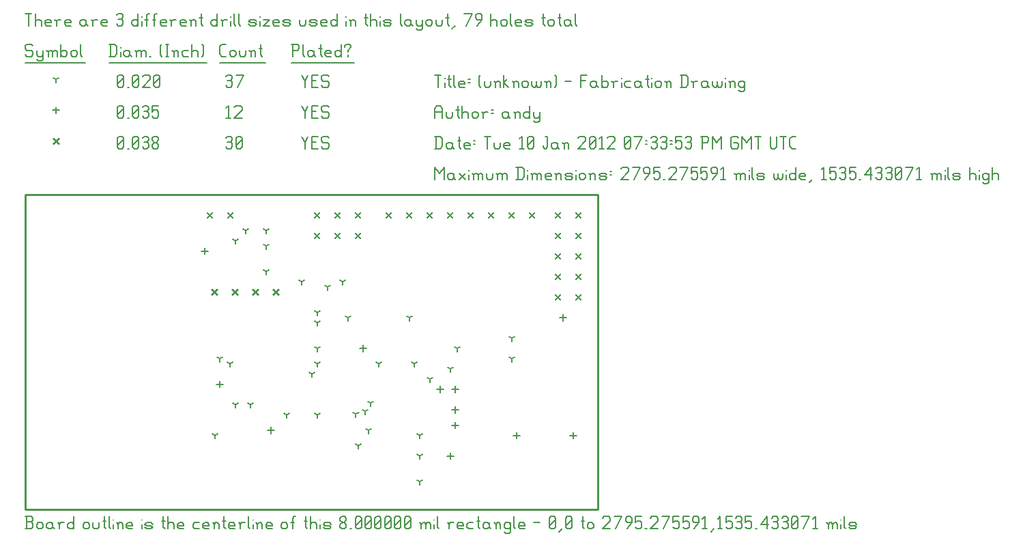
<source format=gbr>
G04 start of page 17 for group -3984 idx -3984 *
G04 Title: (unknown), fab *
G04 Creator: pcb 20110918 *
G04 CreationDate: Tue 10 Jan 2012 07:33:53 PM GMT UTC *
G04 For: andy *
G04 Format: Gerber/RS-274X *
G04 PCB-Dimensions: 279528 153543 *
G04 PCB-Coordinate-Origin: lower left *
%MOIN*%
%FSLAX25Y25*%
%LNFAB*%
%ADD111C,0.0100*%
%ADD110C,0.0075*%
%ADD109C,0.0060*%
%ADD108C,0.0001*%
G54D108*G36*
X88800Y145309D02*X91766Y142343D01*
X91200Y141778D01*
X88234Y144743D01*
X88800Y145309D01*
G37*
G36*
X88234Y142343D02*X91200Y145309D01*
X91766Y144743D01*
X88800Y141778D01*
X88234Y142343D01*
G37*
G36*
X98800Y145309D02*X101766Y142343D01*
X101200Y141778D01*
X98234Y144743D01*
X98800Y145309D01*
G37*
G36*
X98234Y142343D02*X101200Y145309D01*
X101766Y144743D01*
X98800Y141778D01*
X98234Y142343D01*
G37*
G36*
X258800Y145309D02*X261766Y142343D01*
X261200Y141778D01*
X258234Y144743D01*
X258800Y145309D01*
G37*
G36*
X258234Y142343D02*X261200Y145309D01*
X261766Y144743D01*
X258800Y141778D01*
X258234Y142343D01*
G37*
G36*
X268800Y145309D02*X271766Y142343D01*
X271200Y141778D01*
X268234Y144743D01*
X268800Y145309D01*
G37*
G36*
X268234Y142343D02*X271200Y145309D01*
X271766Y144743D01*
X268800Y141778D01*
X268234Y142343D01*
G37*
G36*
X258800Y135309D02*X261766Y132343D01*
X261200Y131778D01*
X258234Y134743D01*
X258800Y135309D01*
G37*
G36*
X258234Y132343D02*X261200Y135309D01*
X261766Y134743D01*
X258800Y131778D01*
X258234Y132343D01*
G37*
G36*
X268800Y135309D02*X271766Y132343D01*
X271200Y131778D01*
X268234Y134743D01*
X268800Y135309D01*
G37*
G36*
X268234Y132343D02*X271200Y135309D01*
X271766Y134743D01*
X268800Y131778D01*
X268234Y132343D01*
G37*
G36*
X258800Y125309D02*X261766Y122343D01*
X261200Y121778D01*
X258234Y124743D01*
X258800Y125309D01*
G37*
G36*
X258234Y122343D02*X261200Y125309D01*
X261766Y124743D01*
X258800Y121778D01*
X258234Y122343D01*
G37*
G36*
X268800Y125309D02*X271766Y122343D01*
X271200Y121778D01*
X268234Y124743D01*
X268800Y125309D01*
G37*
G36*
X268234Y122343D02*X271200Y125309D01*
X271766Y124743D01*
X268800Y121778D01*
X268234Y122343D01*
G37*
G36*
X258800Y115309D02*X261766Y112343D01*
X261200Y111778D01*
X258234Y114743D01*
X258800Y115309D01*
G37*
G36*
X258234Y112343D02*X261200Y115309D01*
X261766Y114743D01*
X258800Y111778D01*
X258234Y112343D01*
G37*
G36*
X268800Y115309D02*X271766Y112343D01*
X271200Y111778D01*
X268234Y114743D01*
X268800Y115309D01*
G37*
G36*
X268234Y112343D02*X271200Y115309D01*
X271766Y114743D01*
X268800Y111778D01*
X268234Y112343D01*
G37*
G36*
X258800Y105309D02*X261766Y102343D01*
X261200Y101778D01*
X258234Y104743D01*
X258800Y105309D01*
G37*
G36*
X258234Y102343D02*X261200Y105309D01*
X261766Y104743D01*
X258800Y101778D01*
X258234Y102343D01*
G37*
G36*
X268800Y105309D02*X271766Y102343D01*
X271200Y101778D01*
X268234Y104743D01*
X268800Y105309D01*
G37*
G36*
X268234Y102343D02*X271200Y105309D01*
X271766Y104743D01*
X268800Y101778D01*
X268234Y102343D01*
G37*
G36*
X141300Y135309D02*X144266Y132343D01*
X143700Y131778D01*
X140734Y134743D01*
X141300Y135309D01*
G37*
G36*
X140734Y132343D02*X143700Y135309D01*
X144266Y134743D01*
X141300Y131778D01*
X140734Y132343D01*
G37*
G36*
X141300Y145309D02*X144266Y142343D01*
X143700Y141778D01*
X140734Y144743D01*
X141300Y145309D01*
G37*
G36*
X140734Y142343D02*X143700Y145309D01*
X144266Y144743D01*
X141300Y141778D01*
X140734Y142343D01*
G37*
G36*
X151300Y135309D02*X154266Y132343D01*
X153700Y131778D01*
X150734Y134743D01*
X151300Y135309D01*
G37*
G36*
X150734Y132343D02*X153700Y135309D01*
X154266Y134743D01*
X151300Y131778D01*
X150734Y132343D01*
G37*
G36*
X151300Y145309D02*X154266Y142343D01*
X153700Y141778D01*
X150734Y144743D01*
X151300Y145309D01*
G37*
G36*
X150734Y142343D02*X153700Y145309D01*
X154266Y144743D01*
X151300Y141778D01*
X150734Y142343D01*
G37*
G36*
X161300Y135309D02*X164266Y132343D01*
X163700Y131778D01*
X160734Y134743D01*
X161300Y135309D01*
G37*
G36*
X160734Y132343D02*X163700Y135309D01*
X164266Y134743D01*
X161300Y131778D01*
X160734Y132343D01*
G37*
G36*
X161300Y145309D02*X164266Y142343D01*
X163700Y141778D01*
X160734Y144743D01*
X161300Y145309D01*
G37*
G36*
X160734Y142343D02*X163700Y145309D01*
X164266Y144743D01*
X161300Y141778D01*
X160734Y142343D01*
G37*
G36*
X176300Y145309D02*X179266Y142343D01*
X178700Y141778D01*
X175734Y144743D01*
X176300Y145309D01*
G37*
G36*
X175734Y142343D02*X178700Y145309D01*
X179266Y144743D01*
X176300Y141778D01*
X175734Y142343D01*
G37*
G36*
X186300Y145309D02*X189266Y142343D01*
X188700Y141778D01*
X185734Y144743D01*
X186300Y145309D01*
G37*
G36*
X185734Y142343D02*X188700Y145309D01*
X189266Y144743D01*
X186300Y141778D01*
X185734Y142343D01*
G37*
G36*
X196300Y145309D02*X199266Y142343D01*
X198700Y141778D01*
X195734Y144743D01*
X196300Y145309D01*
G37*
G36*
X195734Y142343D02*X198700Y145309D01*
X199266Y144743D01*
X196300Y141778D01*
X195734Y142343D01*
G37*
G36*
X206300Y145309D02*X209266Y142343D01*
X208700Y141778D01*
X205734Y144743D01*
X206300Y145309D01*
G37*
G36*
X205734Y142343D02*X208700Y145309D01*
X209266Y144743D01*
X206300Y141778D01*
X205734Y142343D01*
G37*
G36*
X216300Y145309D02*X219266Y142343D01*
X218700Y141778D01*
X215734Y144743D01*
X216300Y145309D01*
G37*
G36*
X215734Y142343D02*X218700Y145309D01*
X219266Y144743D01*
X216300Y141778D01*
X215734Y142343D01*
G37*
G36*
X226300Y145309D02*X229266Y142343D01*
X228700Y141778D01*
X225734Y144743D01*
X226300Y145309D01*
G37*
G36*
X225734Y142343D02*X228700Y145309D01*
X229266Y144743D01*
X226300Y141778D01*
X225734Y142343D01*
G37*
G36*
X236300Y145309D02*X239266Y142343D01*
X238700Y141778D01*
X235734Y144743D01*
X236300Y145309D01*
G37*
G36*
X235734Y142343D02*X238700Y145309D01*
X239266Y144743D01*
X236300Y141778D01*
X235734Y142343D01*
G37*
G36*
X246300Y145309D02*X249266Y142343D01*
X248700Y141778D01*
X245734Y144743D01*
X246300Y145309D01*
G37*
G36*
X245734Y142343D02*X248700Y145309D01*
X249266Y144743D01*
X246300Y141778D01*
X245734Y142343D01*
G37*
G36*
X91300Y107809D02*X94266Y104843D01*
X93700Y104278D01*
X90734Y107243D01*
X91300Y107809D01*
G37*
G36*
X90734Y104843D02*X93700Y107809D01*
X94266Y107243D01*
X91300Y104278D01*
X90734Y104843D01*
G37*
G36*
X101300Y107809D02*X104266Y104843D01*
X103700Y104278D01*
X100734Y107243D01*
X101300Y107809D01*
G37*
G36*
X100734Y104843D02*X103700Y107809D01*
X104266Y107243D01*
X101300Y104278D01*
X100734Y104843D01*
G37*
G36*
X111300Y107809D02*X114266Y104843D01*
X113700Y104278D01*
X110734Y107243D01*
X111300Y107809D01*
G37*
G36*
X110734Y104843D02*X113700Y107809D01*
X114266Y107243D01*
X111300Y104278D01*
X110734Y104843D01*
G37*
G36*
X121300Y107809D02*X124266Y104843D01*
X123700Y104278D01*
X120734Y107243D01*
X121300Y107809D01*
G37*
G36*
X120734Y104843D02*X123700Y107809D01*
X124266Y107243D01*
X121300Y104278D01*
X120734Y104843D01*
G37*
G36*
X13800Y181559D02*X16766Y178593D01*
X16200Y178028D01*
X13234Y180993D01*
X13800Y181559D01*
G37*
G36*
X13234Y178593D02*X16200Y181559D01*
X16766Y180993D01*
X13800Y178028D01*
X13234Y178593D01*
G37*
G54D109*X135000Y182043D02*X136500Y179043D01*
X138000Y182043D01*
X136500Y179043D02*Y176043D01*
X139800Y179343D02*X142050D01*
X139800Y176043D02*X142800D01*
X139800Y182043D02*Y176043D01*
Y182043D02*X142800D01*
X147600D02*X148350Y181293D01*
X145350Y182043D02*X147600D01*
X144600Y181293D02*X145350Y182043D01*
X144600Y181293D02*Y179793D01*
X145350Y179043D01*
X147600D01*
X148350Y178293D01*
Y176793D01*
X147600Y176043D02*X148350Y176793D01*
X145350Y176043D02*X147600D01*
X144600Y176793D02*X145350Y176043D01*
X98000Y181293D02*X98750Y182043D01*
X100250D01*
X101000Y181293D01*
X100250Y176043D02*X101000Y176793D01*
X98750Y176043D02*X100250D01*
X98000Y176793D02*X98750Y176043D01*
Y179343D02*X100250D01*
X101000Y181293D02*Y180093D01*
Y178593D02*Y176793D01*
Y178593D02*X100250Y179343D01*
X101000Y180093D02*X100250Y179343D01*
X102800Y176793D02*X103550Y176043D01*
X102800Y181293D02*Y176793D01*
Y181293D02*X103550Y182043D01*
X105050D01*
X105800Y181293D01*
Y176793D01*
X105050Y176043D02*X105800Y176793D01*
X103550Y176043D02*X105050D01*
X102800Y177543D02*X105800Y180543D01*
X45000Y176793D02*X45750Y176043D01*
X45000Y181293D02*Y176793D01*
Y181293D02*X45750Y182043D01*
X47250D01*
X48000Y181293D01*
Y176793D01*
X47250Y176043D02*X48000Y176793D01*
X45750Y176043D02*X47250D01*
X45000Y177543D02*X48000Y180543D01*
X49800Y176043D02*X50550D01*
X52350Y176793D02*X53100Y176043D01*
X52350Y181293D02*Y176793D01*
Y181293D02*X53100Y182043D01*
X54600D01*
X55350Y181293D01*
Y176793D01*
X54600Y176043D02*X55350Y176793D01*
X53100Y176043D02*X54600D01*
X52350Y177543D02*X55350Y180543D01*
X57150Y181293D02*X57900Y182043D01*
X59400D01*
X60150Y181293D01*
X59400Y176043D02*X60150Y176793D01*
X57900Y176043D02*X59400D01*
X57150Y176793D02*X57900Y176043D01*
Y179343D02*X59400D01*
X60150Y181293D02*Y180093D01*
Y178593D02*Y176793D01*
Y178593D02*X59400Y179343D01*
X60150Y180093D02*X59400Y179343D01*
X61950Y176793D02*X62700Y176043D01*
X61950Y177993D02*Y176793D01*
Y177993D02*X63000Y179043D01*
X63900D01*
X64950Y177993D01*
Y176793D01*
X64200Y176043D02*X64950Y176793D01*
X62700Y176043D02*X64200D01*
X61950Y180093D02*X63000Y179043D01*
X61950Y181293D02*Y180093D01*
Y181293D02*X62700Y182043D01*
X64200D01*
X64950Y181293D01*
Y180093D01*
X63900Y179043D02*X64950Y180093D01*
X262500Y95143D02*Y91943D01*
X260900Y93543D02*X264100D01*
X240000Y37643D02*Y34443D01*
X238400Y36043D02*X241600D01*
X87500Y127643D02*Y124443D01*
X85900Y126043D02*X89100D01*
X210000Y42643D02*Y39443D01*
X208400Y41043D02*X211600D01*
X210000Y60143D02*Y56943D01*
X208400Y58543D02*X211600D01*
X210000Y50143D02*Y46943D01*
X208400Y48543D02*X211600D01*
X120000Y40143D02*Y36943D01*
X118400Y38543D02*X121600D01*
X95000Y62643D02*Y59443D01*
X93400Y61043D02*X96600D01*
X207500Y27643D02*Y24443D01*
X205900Y26043D02*X209100D01*
X267500Y37643D02*Y34443D01*
X265900Y36043D02*X269100D01*
X202500Y60143D02*Y56943D01*
X200900Y58543D02*X204100D01*
X165000Y80143D02*Y76943D01*
X163400Y78543D02*X166600D01*
X15000Y196393D02*Y193193D01*
X13400Y194793D02*X16600D01*
X135000Y197043D02*X136500Y194043D01*
X138000Y197043D01*
X136500Y194043D02*Y191043D01*
X139800Y194343D02*X142050D01*
X139800Y191043D02*X142800D01*
X139800Y197043D02*Y191043D01*
Y197043D02*X142800D01*
X147600D02*X148350Y196293D01*
X145350Y197043D02*X147600D01*
X144600Y196293D02*X145350Y197043D01*
X144600Y196293D02*Y194793D01*
X145350Y194043D01*
X147600D01*
X148350Y193293D01*
Y191793D01*
X147600Y191043D02*X148350Y191793D01*
X145350Y191043D02*X147600D01*
X144600Y191793D02*X145350Y191043D01*
X98000Y195843D02*X99200Y197043D01*
Y191043D01*
X98000D02*X100250D01*
X102050Y196293D02*X102800Y197043D01*
X105050D01*
X105800Y196293D01*
Y194793D01*
X102050Y191043D02*X105800Y194793D01*
X102050Y191043D02*X105800D01*
X45000Y191793D02*X45750Y191043D01*
X45000Y196293D02*Y191793D01*
Y196293D02*X45750Y197043D01*
X47250D01*
X48000Y196293D01*
Y191793D01*
X47250Y191043D02*X48000Y191793D01*
X45750Y191043D02*X47250D01*
X45000Y192543D02*X48000Y195543D01*
X49800Y191043D02*X50550D01*
X52350Y191793D02*X53100Y191043D01*
X52350Y196293D02*Y191793D01*
Y196293D02*X53100Y197043D01*
X54600D01*
X55350Y196293D01*
Y191793D01*
X54600Y191043D02*X55350Y191793D01*
X53100Y191043D02*X54600D01*
X52350Y192543D02*X55350Y195543D01*
X57150Y196293D02*X57900Y197043D01*
X59400D01*
X60150Y196293D01*
X59400Y191043D02*X60150Y191793D01*
X57900Y191043D02*X59400D01*
X57150Y191793D02*X57900Y191043D01*
Y194343D02*X59400D01*
X60150Y196293D02*Y195093D01*
Y193593D02*Y191793D01*
Y193593D02*X59400Y194343D01*
X60150Y195093D02*X59400Y194343D01*
X61950Y197043D02*X64950D01*
X61950D02*Y194043D01*
X62700Y194793D01*
X64200D01*
X64950Y194043D01*
Y191793D01*
X64200Y191043D02*X64950Y191793D01*
X62700Y191043D02*X64200D01*
X61950Y191793D02*X62700Y191043D01*
X117500Y136043D02*Y134443D01*
Y136043D02*X118887Y136843D01*
X117500Y136043D02*X116113Y136843D01*
X117500Y128543D02*Y126943D01*
Y128543D02*X118887Y129343D01*
X117500Y128543D02*X116113Y129343D01*
X147500Y108543D02*Y106943D01*
Y108543D02*X148887Y109343D01*
X147500Y108543D02*X146113Y109343D01*
X142500Y96043D02*Y94443D01*
Y96043D02*X143887Y96843D01*
X142500Y96043D02*X141113Y96843D01*
X102500Y131043D02*Y129443D01*
Y131043D02*X103887Y131843D01*
X102500Y131043D02*X101113Y131843D01*
X107500Y136043D02*Y134443D01*
Y136043D02*X108887Y136843D01*
X107500Y136043D02*X106113Y136843D01*
X187500Y93543D02*Y91943D01*
Y93543D02*X188887Y94343D01*
X187500Y93543D02*X186113Y94343D01*
X167500Y38543D02*Y36943D01*
Y38543D02*X168887Y39343D01*
X167500Y38543D02*X166113Y39343D01*
X142500Y91043D02*Y89443D01*
Y91043D02*X143887Y91843D01*
X142500Y91043D02*X141113Y91843D01*
X110000Y51043D02*Y49443D01*
Y51043D02*X111387Y51843D01*
X110000Y51043D02*X108613Y51843D01*
X155000Y111043D02*Y109443D01*
Y111043D02*X156387Y111843D01*
X155000Y111043D02*X153613Y111843D01*
X190000Y71043D02*Y69443D01*
Y71043D02*X191387Y71843D01*
X190000Y71043D02*X188613Y71843D01*
X207500Y68543D02*Y66943D01*
Y68543D02*X208887Y69343D01*
X207500Y68543D02*X206113Y69343D01*
X197500Y63543D02*Y61943D01*
Y63543D02*X198887Y64343D01*
X197500Y63543D02*X196113Y64343D01*
X211000Y78543D02*Y76943D01*
Y78543D02*X212387Y79343D01*
X211000Y78543D02*X209613Y79343D01*
X237500Y73543D02*Y71943D01*
Y73543D02*X238887Y74343D01*
X237500Y73543D02*X236113Y74343D01*
X237500Y83543D02*Y81943D01*
Y83543D02*X238887Y84343D01*
X237500Y83543D02*X236113Y84343D01*
X95000Y73543D02*Y71943D01*
Y73543D02*X96387Y74343D01*
X95000Y73543D02*X93613Y74343D01*
X92500Y36043D02*Y34443D01*
Y36043D02*X93887Y36843D01*
X92500Y36043D02*X91113Y36843D01*
X102500Y51043D02*Y49443D01*
Y51043D02*X103887Y51843D01*
X102500Y51043D02*X101113Y51843D01*
X127500Y46043D02*Y44443D01*
Y46043D02*X128887Y46843D01*
X127500Y46043D02*X126113Y46843D01*
X100000Y71043D02*Y69443D01*
Y71043D02*X101387Y71843D01*
X100000Y71043D02*X98613Y71843D01*
X157500Y93543D02*Y91943D01*
Y93543D02*X158887Y94343D01*
X157500Y93543D02*X156113Y94343D01*
X172500Y71043D02*Y69443D01*
Y71043D02*X173887Y71843D01*
X172500Y71043D02*X171113Y71843D01*
X142500Y78543D02*Y76943D01*
Y78543D02*X143887Y79343D01*
X142500Y78543D02*X141113Y79343D01*
X162500Y31043D02*Y29443D01*
Y31043D02*X163887Y31843D01*
X162500Y31043D02*X161113Y31843D01*
X135000Y111043D02*Y109443D01*
Y111043D02*X136387Y111843D01*
X135000Y111043D02*X133613Y111843D01*
X117500Y116043D02*Y114443D01*
Y116043D02*X118887Y116843D01*
X117500Y116043D02*X116113Y116843D01*
X192500Y36043D02*Y34443D01*
Y36043D02*X193887Y36843D01*
X192500Y36043D02*X191113Y36843D01*
X140000Y66043D02*Y64443D01*
Y66043D02*X141387Y66843D01*
X140000Y66043D02*X138613Y66843D01*
X192500Y26043D02*Y24443D01*
Y26043D02*X193887Y26843D01*
X192500Y26043D02*X191113Y26843D01*
X192500Y13543D02*Y11943D01*
Y13543D02*X193887Y14343D01*
X192500Y13543D02*X191113Y14343D01*
X142500Y46043D02*Y44443D01*
Y46043D02*X143887Y46843D01*
X142500Y46043D02*X141113Y46843D01*
X142500Y71043D02*Y69443D01*
Y71043D02*X143887Y71843D01*
X142500Y71043D02*X141113Y71843D01*
X161400Y46543D02*Y44943D01*
Y46543D02*X162787Y47343D01*
X161400Y46543D02*X160013Y47343D01*
X166000Y47943D02*Y46343D01*
Y47943D02*X167387Y48743D01*
X166000Y47943D02*X164613Y48743D01*
X168500Y51843D02*Y50243D01*
Y51843D02*X169887Y52643D01*
X168500Y51843D02*X167113Y52643D01*
X15000Y209793D02*Y208193D01*
Y209793D02*X16387Y210593D01*
X15000Y209793D02*X13613Y210593D01*
X135000Y212043D02*X136500Y209043D01*
X138000Y212043D01*
X136500Y209043D02*Y206043D01*
X139800Y209343D02*X142050D01*
X139800Y206043D02*X142800D01*
X139800Y212043D02*Y206043D01*
Y212043D02*X142800D01*
X147600D02*X148350Y211293D01*
X145350Y212043D02*X147600D01*
X144600Y211293D02*X145350Y212043D01*
X144600Y211293D02*Y209793D01*
X145350Y209043D01*
X147600D01*
X148350Y208293D01*
Y206793D01*
X147600Y206043D02*X148350Y206793D01*
X145350Y206043D02*X147600D01*
X144600Y206793D02*X145350Y206043D01*
X98000Y211293D02*X98750Y212043D01*
X100250D01*
X101000Y211293D01*
X100250Y206043D02*X101000Y206793D01*
X98750Y206043D02*X100250D01*
X98000Y206793D02*X98750Y206043D01*
Y209343D02*X100250D01*
X101000Y211293D02*Y210093D01*
Y208593D02*Y206793D01*
Y208593D02*X100250Y209343D01*
X101000Y210093D02*X100250Y209343D01*
X103550Y206043D02*X106550Y212043D01*
X102800D02*X106550D01*
X45000Y206793D02*X45750Y206043D01*
X45000Y211293D02*Y206793D01*
Y211293D02*X45750Y212043D01*
X47250D01*
X48000Y211293D01*
Y206793D01*
X47250Y206043D02*X48000Y206793D01*
X45750Y206043D02*X47250D01*
X45000Y207543D02*X48000Y210543D01*
X49800Y206043D02*X50550D01*
X52350Y206793D02*X53100Y206043D01*
X52350Y211293D02*Y206793D01*
Y211293D02*X53100Y212043D01*
X54600D01*
X55350Y211293D01*
Y206793D01*
X54600Y206043D02*X55350Y206793D01*
X53100Y206043D02*X54600D01*
X52350Y207543D02*X55350Y210543D01*
X57150Y211293D02*X57900Y212043D01*
X60150D01*
X60900Y211293D01*
Y209793D01*
X57150Y206043D02*X60900Y209793D01*
X57150Y206043D02*X60900D01*
X62700Y206793D02*X63450Y206043D01*
X62700Y211293D02*Y206793D01*
Y211293D02*X63450Y212043D01*
X64950D01*
X65700Y211293D01*
Y206793D01*
X64950Y206043D02*X65700Y206793D01*
X63450Y206043D02*X64950D01*
X62700Y207543D02*X65700Y210543D01*
X3000Y227043D02*X3750Y226293D01*
X750Y227043D02*X3000D01*
X0Y226293D02*X750Y227043D01*
X0Y226293D02*Y224793D01*
X750Y224043D01*
X3000D01*
X3750Y223293D01*
Y221793D01*
X3000Y221043D02*X3750Y221793D01*
X750Y221043D02*X3000D01*
X0Y221793D02*X750Y221043D01*
X5550Y224043D02*Y221793D01*
X6300Y221043D01*
X8550Y224043D02*Y219543D01*
X7800Y218793D02*X8550Y219543D01*
X6300Y218793D02*X7800D01*
X5550Y219543D02*X6300Y218793D01*
Y221043D02*X7800D01*
X8550Y221793D01*
X11100Y223293D02*Y221043D01*
Y223293D02*X11850Y224043D01*
X12600D01*
X13350Y223293D01*
Y221043D01*
Y223293D02*X14100Y224043D01*
X14850D01*
X15600Y223293D01*
Y221043D01*
X10350Y224043D02*X11100Y223293D01*
X17400Y227043D02*Y221043D01*
Y221793D02*X18150Y221043D01*
X19650D01*
X20400Y221793D01*
Y223293D02*Y221793D01*
X19650Y224043D02*X20400Y223293D01*
X18150Y224043D02*X19650D01*
X17400Y223293D02*X18150Y224043D01*
X22200Y223293D02*Y221793D01*
Y223293D02*X22950Y224043D01*
X24450D01*
X25200Y223293D01*
Y221793D01*
X24450Y221043D02*X25200Y221793D01*
X22950Y221043D02*X24450D01*
X22200Y221793D02*X22950Y221043D01*
X27000Y227043D02*Y221793D01*
X27750Y221043D01*
X0Y217793D02*X29250D01*
X41750Y227043D02*Y221043D01*
X43700Y227043D02*X44750Y225993D01*
Y222093D01*
X43700Y221043D02*X44750Y222093D01*
X41000Y221043D02*X43700D01*
X41000Y227043D02*X43700D01*
G54D110*X46550Y225543D02*Y225393D01*
G54D109*Y223293D02*Y221043D01*
X50300Y224043D02*X51050Y223293D01*
X48800Y224043D02*X50300D01*
X48050Y223293D02*X48800Y224043D01*
X48050Y223293D02*Y221793D01*
X48800Y221043D01*
X51050Y224043D02*Y221793D01*
X51800Y221043D01*
X48800D02*X50300D01*
X51050Y221793D01*
X54350Y223293D02*Y221043D01*
Y223293D02*X55100Y224043D01*
X55850D01*
X56600Y223293D01*
Y221043D01*
Y223293D02*X57350Y224043D01*
X58100D01*
X58850Y223293D01*
Y221043D01*
X53600Y224043D02*X54350Y223293D01*
X60650Y221043D02*X61400D01*
X65900Y221793D02*X66650Y221043D01*
X65900Y226293D02*X66650Y227043D01*
X65900Y226293D02*Y221793D01*
X68450Y227043D02*X69950D01*
X69200D02*Y221043D01*
X68450D02*X69950D01*
X72500Y223293D02*Y221043D01*
Y223293D02*X73250Y224043D01*
X74000D01*
X74750Y223293D01*
Y221043D01*
X71750Y224043D02*X72500Y223293D01*
X77300Y224043D02*X79550D01*
X76550Y223293D02*X77300Y224043D01*
X76550Y223293D02*Y221793D01*
X77300Y221043D01*
X79550D01*
X81350Y227043D02*Y221043D01*
Y223293D02*X82100Y224043D01*
X83600D01*
X84350Y223293D01*
Y221043D01*
X86150Y227043D02*X86900Y226293D01*
Y221793D01*
X86150Y221043D02*X86900Y221793D01*
X41000Y217793D02*X88700D01*
X96050Y221043D02*X98000D01*
X95000Y222093D02*X96050Y221043D01*
X95000Y225993D02*Y222093D01*
Y225993D02*X96050Y227043D01*
X98000D01*
X99800Y223293D02*Y221793D01*
Y223293D02*X100550Y224043D01*
X102050D01*
X102800Y223293D01*
Y221793D01*
X102050Y221043D02*X102800Y221793D01*
X100550Y221043D02*X102050D01*
X99800Y221793D02*X100550Y221043D01*
X104600Y224043D02*Y221793D01*
X105350Y221043D01*
X106850D01*
X107600Y221793D01*
Y224043D02*Y221793D01*
X110150Y223293D02*Y221043D01*
Y223293D02*X110900Y224043D01*
X111650D01*
X112400Y223293D01*
Y221043D01*
X109400Y224043D02*X110150Y223293D01*
X114950Y227043D02*Y221793D01*
X115700Y221043D01*
X114200Y224793D02*X115700D01*
X95000Y217793D02*X117200D01*
X130750Y227043D02*Y221043D01*
X130000Y227043D02*X133000D01*
X133750Y226293D01*
Y224793D01*
X133000Y224043D02*X133750Y224793D01*
X130750Y224043D02*X133000D01*
X135550Y227043D02*Y221793D01*
X136300Y221043D01*
X140050Y224043D02*X140800Y223293D01*
X138550Y224043D02*X140050D01*
X137800Y223293D02*X138550Y224043D01*
X137800Y223293D02*Y221793D01*
X138550Y221043D01*
X140800Y224043D02*Y221793D01*
X141550Y221043D01*
X138550D02*X140050D01*
X140800Y221793D01*
X144100Y227043D02*Y221793D01*
X144850Y221043D01*
X143350Y224793D02*X144850D01*
X147100Y221043D02*X149350D01*
X146350Y221793D02*X147100Y221043D01*
X146350Y223293D02*Y221793D01*
Y223293D02*X147100Y224043D01*
X148600D01*
X149350Y223293D01*
X146350Y222543D02*X149350D01*
Y223293D02*Y222543D01*
X154150Y227043D02*Y221043D01*
X153400D02*X154150Y221793D01*
X151900Y221043D02*X153400D01*
X151150Y221793D02*X151900Y221043D01*
X151150Y223293D02*Y221793D01*
Y223293D02*X151900Y224043D01*
X153400D01*
X154150Y223293D01*
X157450Y224043D02*Y223293D01*
Y221793D02*Y221043D01*
X155950Y226293D02*Y225543D01*
Y226293D02*X156700Y227043D01*
X158200D01*
X158950Y226293D01*
Y225543D01*
X157450Y224043D02*X158950Y225543D01*
X130000Y217793D02*X160750D01*
X0Y242043D02*X3000D01*
X1500D02*Y236043D01*
X4800Y242043D02*Y236043D01*
Y238293D02*X5550Y239043D01*
X7050D01*
X7800Y238293D01*
Y236043D01*
X10350D02*X12600D01*
X9600Y236793D02*X10350Y236043D01*
X9600Y238293D02*Y236793D01*
Y238293D02*X10350Y239043D01*
X11850D01*
X12600Y238293D01*
X9600Y237543D02*X12600D01*
Y238293D02*Y237543D01*
X15150Y238293D02*Y236043D01*
Y238293D02*X15900Y239043D01*
X17400D01*
X14400D02*X15150Y238293D01*
X19950Y236043D02*X22200D01*
X19200Y236793D02*X19950Y236043D01*
X19200Y238293D02*Y236793D01*
Y238293D02*X19950Y239043D01*
X21450D01*
X22200Y238293D01*
X19200Y237543D02*X22200D01*
Y238293D02*Y237543D01*
X28950Y239043D02*X29700Y238293D01*
X27450Y239043D02*X28950D01*
X26700Y238293D02*X27450Y239043D01*
X26700Y238293D02*Y236793D01*
X27450Y236043D01*
X29700Y239043D02*Y236793D01*
X30450Y236043D01*
X27450D02*X28950D01*
X29700Y236793D01*
X33000Y238293D02*Y236043D01*
Y238293D02*X33750Y239043D01*
X35250D01*
X32250D02*X33000Y238293D01*
X37800Y236043D02*X40050D01*
X37050Y236793D02*X37800Y236043D01*
X37050Y238293D02*Y236793D01*
Y238293D02*X37800Y239043D01*
X39300D01*
X40050Y238293D01*
X37050Y237543D02*X40050D01*
Y238293D02*Y237543D01*
X44550Y241293D02*X45300Y242043D01*
X46800D01*
X47550Y241293D01*
X46800Y236043D02*X47550Y236793D01*
X45300Y236043D02*X46800D01*
X44550Y236793D02*X45300Y236043D01*
Y239343D02*X46800D01*
X47550Y241293D02*Y240093D01*
Y238593D02*Y236793D01*
Y238593D02*X46800Y239343D01*
X47550Y240093D02*X46800Y239343D01*
X55050Y242043D02*Y236043D01*
X54300D02*X55050Y236793D01*
X52800Y236043D02*X54300D01*
X52050Y236793D02*X52800Y236043D01*
X52050Y238293D02*Y236793D01*
Y238293D02*X52800Y239043D01*
X54300D01*
X55050Y238293D01*
G54D110*X56850Y240543D02*Y240393D01*
G54D109*Y238293D02*Y236043D01*
X59100Y241293D02*Y236043D01*
Y241293D02*X59850Y242043D01*
X60600D01*
X58350Y239043D02*X59850D01*
X62850Y241293D02*Y236043D01*
Y241293D02*X63600Y242043D01*
X64350D01*
X62100Y239043D02*X63600D01*
X66600Y236043D02*X68850D01*
X65850Y236793D02*X66600Y236043D01*
X65850Y238293D02*Y236793D01*
Y238293D02*X66600Y239043D01*
X68100D01*
X68850Y238293D01*
X65850Y237543D02*X68850D01*
Y238293D02*Y237543D01*
X71400Y238293D02*Y236043D01*
Y238293D02*X72150Y239043D01*
X73650D01*
X70650D02*X71400Y238293D01*
X76200Y236043D02*X78450D01*
X75450Y236793D02*X76200Y236043D01*
X75450Y238293D02*Y236793D01*
Y238293D02*X76200Y239043D01*
X77700D01*
X78450Y238293D01*
X75450Y237543D02*X78450D01*
Y238293D02*Y237543D01*
X81000Y238293D02*Y236043D01*
Y238293D02*X81750Y239043D01*
X82500D01*
X83250Y238293D01*
Y236043D01*
X80250Y239043D02*X81000Y238293D01*
X85800Y242043D02*Y236793D01*
X86550Y236043D01*
X85050Y239793D02*X86550D01*
X93750Y242043D02*Y236043D01*
X93000D02*X93750Y236793D01*
X91500Y236043D02*X93000D01*
X90750Y236793D02*X91500Y236043D01*
X90750Y238293D02*Y236793D01*
Y238293D02*X91500Y239043D01*
X93000D01*
X93750Y238293D01*
X96300D02*Y236043D01*
Y238293D02*X97050Y239043D01*
X98550D01*
X95550D02*X96300Y238293D01*
G54D110*X100350Y240543D02*Y240393D01*
G54D109*Y238293D02*Y236043D01*
X101850Y242043D02*Y236793D01*
X102600Y236043D01*
X104100Y242043D02*Y236793D01*
X104850Y236043D01*
X109800D02*X112050D01*
X112800Y236793D01*
X112050Y237543D02*X112800Y236793D01*
X109800Y237543D02*X112050D01*
X109050Y238293D02*X109800Y237543D01*
X109050Y238293D02*X109800Y239043D01*
X112050D01*
X112800Y238293D01*
X109050Y236793D02*X109800Y236043D01*
G54D110*X114600Y240543D02*Y240393D01*
G54D109*Y238293D02*Y236043D01*
X116100Y239043D02*X119100D01*
X116100Y236043D02*X119100Y239043D01*
X116100Y236043D02*X119100D01*
X121650D02*X123900D01*
X120900Y236793D02*X121650Y236043D01*
X120900Y238293D02*Y236793D01*
Y238293D02*X121650Y239043D01*
X123150D01*
X123900Y238293D01*
X120900Y237543D02*X123900D01*
Y238293D02*Y237543D01*
X126450Y236043D02*X128700D01*
X129450Y236793D01*
X128700Y237543D02*X129450Y236793D01*
X126450Y237543D02*X128700D01*
X125700Y238293D02*X126450Y237543D01*
X125700Y238293D02*X126450Y239043D01*
X128700D01*
X129450Y238293D01*
X125700Y236793D02*X126450Y236043D01*
X133950Y239043D02*Y236793D01*
X134700Y236043D01*
X136200D01*
X136950Y236793D01*
Y239043D02*Y236793D01*
X139500Y236043D02*X141750D01*
X142500Y236793D01*
X141750Y237543D02*X142500Y236793D01*
X139500Y237543D02*X141750D01*
X138750Y238293D02*X139500Y237543D01*
X138750Y238293D02*X139500Y239043D01*
X141750D01*
X142500Y238293D01*
X138750Y236793D02*X139500Y236043D01*
X145050D02*X147300D01*
X144300Y236793D02*X145050Y236043D01*
X144300Y238293D02*Y236793D01*
Y238293D02*X145050Y239043D01*
X146550D01*
X147300Y238293D01*
X144300Y237543D02*X147300D01*
Y238293D02*Y237543D01*
X152100Y242043D02*Y236043D01*
X151350D02*X152100Y236793D01*
X149850Y236043D02*X151350D01*
X149100Y236793D02*X149850Y236043D01*
X149100Y238293D02*Y236793D01*
Y238293D02*X149850Y239043D01*
X151350D01*
X152100Y238293D01*
G54D110*X156600Y240543D02*Y240393D01*
G54D109*Y238293D02*Y236043D01*
X158850Y238293D02*Y236043D01*
Y238293D02*X159600Y239043D01*
X160350D01*
X161100Y238293D01*
Y236043D01*
X158100Y239043D02*X158850Y238293D01*
X166350Y242043D02*Y236793D01*
X167100Y236043D01*
X165600Y239793D02*X167100D01*
X168600Y242043D02*Y236043D01*
Y238293D02*X169350Y239043D01*
X170850D01*
X171600Y238293D01*
Y236043D01*
G54D110*X173400Y240543D02*Y240393D01*
G54D109*Y238293D02*Y236043D01*
X175650D02*X177900D01*
X178650Y236793D01*
X177900Y237543D02*X178650Y236793D01*
X175650Y237543D02*X177900D01*
X174900Y238293D02*X175650Y237543D01*
X174900Y238293D02*X175650Y239043D01*
X177900D01*
X178650Y238293D01*
X174900Y236793D02*X175650Y236043D01*
X183150Y242043D02*Y236793D01*
X183900Y236043D01*
X187650Y239043D02*X188400Y238293D01*
X186150Y239043D02*X187650D01*
X185400Y238293D02*X186150Y239043D01*
X185400Y238293D02*Y236793D01*
X186150Y236043D01*
X188400Y239043D02*Y236793D01*
X189150Y236043D01*
X186150D02*X187650D01*
X188400Y236793D01*
X190950Y239043D02*Y236793D01*
X191700Y236043D01*
X193950Y239043D02*Y234543D01*
X193200Y233793D02*X193950Y234543D01*
X191700Y233793D02*X193200D01*
X190950Y234543D02*X191700Y233793D01*
Y236043D02*X193200D01*
X193950Y236793D01*
X195750Y238293D02*Y236793D01*
Y238293D02*X196500Y239043D01*
X198000D01*
X198750Y238293D01*
Y236793D01*
X198000Y236043D02*X198750Y236793D01*
X196500Y236043D02*X198000D01*
X195750Y236793D02*X196500Y236043D01*
X200550Y239043D02*Y236793D01*
X201300Y236043D01*
X202800D01*
X203550Y236793D01*
Y239043D02*Y236793D01*
X206100Y242043D02*Y236793D01*
X206850Y236043D01*
X205350Y239793D02*X206850D01*
X208350Y234543D02*X209850Y236043D01*
X215100D02*X218100Y242043D01*
X214350D02*X218100D01*
X220650Y236043D02*X222900Y239043D01*
Y241293D02*Y239043D01*
X222150Y242043D02*X222900Y241293D01*
X220650Y242043D02*X222150D01*
X219900Y241293D02*X220650Y242043D01*
X219900Y241293D02*Y239793D01*
X220650Y239043D01*
X222900D01*
X227400Y242043D02*Y236043D01*
Y238293D02*X228150Y239043D01*
X229650D01*
X230400Y238293D01*
Y236043D01*
X232200Y238293D02*Y236793D01*
Y238293D02*X232950Y239043D01*
X234450D01*
X235200Y238293D01*
Y236793D01*
X234450Y236043D02*X235200Y236793D01*
X232950Y236043D02*X234450D01*
X232200Y236793D02*X232950Y236043D01*
X237000Y242043D02*Y236793D01*
X237750Y236043D01*
X240000D02*X242250D01*
X239250Y236793D02*X240000Y236043D01*
X239250Y238293D02*Y236793D01*
Y238293D02*X240000Y239043D01*
X241500D01*
X242250Y238293D01*
X239250Y237543D02*X242250D01*
Y238293D02*Y237543D01*
X244800Y236043D02*X247050D01*
X247800Y236793D01*
X247050Y237543D02*X247800Y236793D01*
X244800Y237543D02*X247050D01*
X244050Y238293D02*X244800Y237543D01*
X244050Y238293D02*X244800Y239043D01*
X247050D01*
X247800Y238293D01*
X244050Y236793D02*X244800Y236043D01*
X253050Y242043D02*Y236793D01*
X253800Y236043D01*
X252300Y239793D02*X253800D01*
X255300Y238293D02*Y236793D01*
Y238293D02*X256050Y239043D01*
X257550D01*
X258300Y238293D01*
Y236793D01*
X257550Y236043D02*X258300Y236793D01*
X256050Y236043D02*X257550D01*
X255300Y236793D02*X256050Y236043D01*
X260850Y242043D02*Y236793D01*
X261600Y236043D01*
X260100Y239793D02*X261600D01*
X265350Y239043D02*X266100Y238293D01*
X263850Y239043D02*X265350D01*
X263100Y238293D02*X263850Y239043D01*
X263100Y238293D02*Y236793D01*
X263850Y236043D01*
X266100Y239043D02*Y236793D01*
X266850Y236043D01*
X263850D02*X265350D01*
X266100Y236793D01*
X268650Y242043D02*Y236793D01*
X269400Y236043D01*
G54D111*X0Y153543D02*X279528D01*
X0D02*Y0D01*
X279528Y153543D02*Y0D01*
X0D02*X279528D01*
G54D109*X200000Y167043D02*Y161043D01*
Y167043D02*X202250Y164043D01*
X204500Y167043D01*
Y161043D01*
X208550Y164043D02*X209300Y163293D01*
X207050Y164043D02*X208550D01*
X206300Y163293D02*X207050Y164043D01*
X206300Y163293D02*Y161793D01*
X207050Y161043D01*
X209300Y164043D02*Y161793D01*
X210050Y161043D01*
X207050D02*X208550D01*
X209300Y161793D01*
X211850Y164043D02*X214850Y161043D01*
X211850D02*X214850Y164043D01*
G54D110*X216650Y165543D02*Y165393D01*
G54D109*Y163293D02*Y161043D01*
X218900Y163293D02*Y161043D01*
Y163293D02*X219650Y164043D01*
X220400D01*
X221150Y163293D01*
Y161043D01*
Y163293D02*X221900Y164043D01*
X222650D01*
X223400Y163293D01*
Y161043D01*
X218150Y164043D02*X218900Y163293D01*
X225200Y164043D02*Y161793D01*
X225950Y161043D01*
X227450D01*
X228200Y161793D01*
Y164043D02*Y161793D01*
X230750Y163293D02*Y161043D01*
Y163293D02*X231500Y164043D01*
X232250D01*
X233000Y163293D01*
Y161043D01*
Y163293D02*X233750Y164043D01*
X234500D01*
X235250Y163293D01*
Y161043D01*
X230000Y164043D02*X230750Y163293D01*
X240500Y167043D02*Y161043D01*
X242450Y167043D02*X243500Y165993D01*
Y162093D01*
X242450Y161043D02*X243500Y162093D01*
X239750Y161043D02*X242450D01*
X239750Y167043D02*X242450D01*
G54D110*X245300Y165543D02*Y165393D01*
G54D109*Y163293D02*Y161043D01*
X247550Y163293D02*Y161043D01*
Y163293D02*X248300Y164043D01*
X249050D01*
X249800Y163293D01*
Y161043D01*
Y163293D02*X250550Y164043D01*
X251300D01*
X252050Y163293D01*
Y161043D01*
X246800Y164043D02*X247550Y163293D01*
X254600Y161043D02*X256850D01*
X253850Y161793D02*X254600Y161043D01*
X253850Y163293D02*Y161793D01*
Y163293D02*X254600Y164043D01*
X256100D01*
X256850Y163293D01*
X253850Y162543D02*X256850D01*
Y163293D02*Y162543D01*
X259400Y163293D02*Y161043D01*
Y163293D02*X260150Y164043D01*
X260900D01*
X261650Y163293D01*
Y161043D01*
X258650Y164043D02*X259400Y163293D01*
X264200Y161043D02*X266450D01*
X267200Y161793D01*
X266450Y162543D02*X267200Y161793D01*
X264200Y162543D02*X266450D01*
X263450Y163293D02*X264200Y162543D01*
X263450Y163293D02*X264200Y164043D01*
X266450D01*
X267200Y163293D01*
X263450Y161793D02*X264200Y161043D01*
G54D110*X269000Y165543D02*Y165393D01*
G54D109*Y163293D02*Y161043D01*
X270500Y163293D02*Y161793D01*
Y163293D02*X271250Y164043D01*
X272750D01*
X273500Y163293D01*
Y161793D01*
X272750Y161043D02*X273500Y161793D01*
X271250Y161043D02*X272750D01*
X270500Y161793D02*X271250Y161043D01*
X276050Y163293D02*Y161043D01*
Y163293D02*X276800Y164043D01*
X277550D01*
X278300Y163293D01*
Y161043D01*
X275300Y164043D02*X276050Y163293D01*
X280850Y161043D02*X283100D01*
X283850Y161793D01*
X283100Y162543D02*X283850Y161793D01*
X280850Y162543D02*X283100D01*
X280100Y163293D02*X280850Y162543D01*
X280100Y163293D02*X280850Y164043D01*
X283100D01*
X283850Y163293D01*
X280100Y161793D02*X280850Y161043D01*
X285650Y164793D02*X286400D01*
X285650Y163293D02*X286400D01*
X290900Y166293D02*X291650Y167043D01*
X293900D01*
X294650Y166293D01*
Y164793D01*
X290900Y161043D02*X294650Y164793D01*
X290900Y161043D02*X294650D01*
X297200D02*X300200Y167043D01*
X296450D02*X300200D01*
X302750Y161043D02*X305000Y164043D01*
Y166293D02*Y164043D01*
X304250Y167043D02*X305000Y166293D01*
X302750Y167043D02*X304250D01*
X302000Y166293D02*X302750Y167043D01*
X302000Y166293D02*Y164793D01*
X302750Y164043D01*
X305000D01*
X306800Y167043D02*X309800D01*
X306800D02*Y164043D01*
X307550Y164793D01*
X309050D01*
X309800Y164043D01*
Y161793D01*
X309050Y161043D02*X309800Y161793D01*
X307550Y161043D02*X309050D01*
X306800Y161793D02*X307550Y161043D01*
X311600D02*X312350D01*
X314150Y166293D02*X314900Y167043D01*
X317150D01*
X317900Y166293D01*
Y164793D01*
X314150Y161043D02*X317900Y164793D01*
X314150Y161043D02*X317900D01*
X320450D02*X323450Y167043D01*
X319700D02*X323450D01*
X325250D02*X328250D01*
X325250D02*Y164043D01*
X326000Y164793D01*
X327500D01*
X328250Y164043D01*
Y161793D01*
X327500Y161043D02*X328250Y161793D01*
X326000Y161043D02*X327500D01*
X325250Y161793D02*X326000Y161043D01*
X330050Y167043D02*X333050D01*
X330050D02*Y164043D01*
X330800Y164793D01*
X332300D01*
X333050Y164043D01*
Y161793D01*
X332300Y161043D02*X333050Y161793D01*
X330800Y161043D02*X332300D01*
X330050Y161793D02*X330800Y161043D01*
X335600D02*X337850Y164043D01*
Y166293D02*Y164043D01*
X337100Y167043D02*X337850Y166293D01*
X335600Y167043D02*X337100D01*
X334850Y166293D02*X335600Y167043D01*
X334850Y166293D02*Y164793D01*
X335600Y164043D01*
X337850D01*
X339650Y165843D02*X340850Y167043D01*
Y161043D01*
X339650D02*X341900D01*
X347150Y163293D02*Y161043D01*
Y163293D02*X347900Y164043D01*
X348650D01*
X349400Y163293D01*
Y161043D01*
Y163293D02*X350150Y164043D01*
X350900D01*
X351650Y163293D01*
Y161043D01*
X346400Y164043D02*X347150Y163293D01*
G54D110*X353450Y165543D02*Y165393D01*
G54D109*Y163293D02*Y161043D01*
X354950Y167043D02*Y161793D01*
X355700Y161043D01*
X357950D02*X360200D01*
X360950Y161793D01*
X360200Y162543D02*X360950Y161793D01*
X357950Y162543D02*X360200D01*
X357200Y163293D02*X357950Y162543D01*
X357200Y163293D02*X357950Y164043D01*
X360200D01*
X360950Y163293D01*
X357200Y161793D02*X357950Y161043D01*
X365450Y164043D02*Y161793D01*
X366200Y161043D01*
X366950D01*
X367700Y161793D01*
Y164043D02*Y161793D01*
X368450Y161043D01*
X369200D01*
X369950Y161793D01*
Y164043D02*Y161793D01*
G54D110*X371750Y165543D02*Y165393D01*
G54D109*Y163293D02*Y161043D01*
X376250Y167043D02*Y161043D01*
X375500D02*X376250Y161793D01*
X374000Y161043D02*X375500D01*
X373250Y161793D02*X374000Y161043D01*
X373250Y163293D02*Y161793D01*
Y163293D02*X374000Y164043D01*
X375500D01*
X376250Y163293D01*
X378800Y161043D02*X381050D01*
X378050Y161793D02*X378800Y161043D01*
X378050Y163293D02*Y161793D01*
Y163293D02*X378800Y164043D01*
X380300D01*
X381050Y163293D01*
X378050Y162543D02*X381050D01*
Y163293D02*Y162543D01*
X382850Y159543D02*X384350Y161043D01*
X388850Y165843D02*X390050Y167043D01*
Y161043D01*
X388850D02*X391100D01*
X392900Y167043D02*X395900D01*
X392900D02*Y164043D01*
X393650Y164793D01*
X395150D01*
X395900Y164043D01*
Y161793D01*
X395150Y161043D02*X395900Y161793D01*
X393650Y161043D02*X395150D01*
X392900Y161793D02*X393650Y161043D01*
X397700Y166293D02*X398450Y167043D01*
X399950D01*
X400700Y166293D01*
X399950Y161043D02*X400700Y161793D01*
X398450Y161043D02*X399950D01*
X397700Y161793D02*X398450Y161043D01*
Y164343D02*X399950D01*
X400700Y166293D02*Y165093D01*
Y163593D02*Y161793D01*
Y163593D02*X399950Y164343D01*
X400700Y165093D02*X399950Y164343D01*
X402500Y167043D02*X405500D01*
X402500D02*Y164043D01*
X403250Y164793D01*
X404750D01*
X405500Y164043D01*
Y161793D01*
X404750Y161043D02*X405500Y161793D01*
X403250Y161043D02*X404750D01*
X402500Y161793D02*X403250Y161043D01*
X407300D02*X408050D01*
X409850Y163293D02*X412850Y167043D01*
X409850Y163293D02*X413600D01*
X412850Y167043D02*Y161043D01*
X415400Y166293D02*X416150Y167043D01*
X417650D01*
X418400Y166293D01*
X417650Y161043D02*X418400Y161793D01*
X416150Y161043D02*X417650D01*
X415400Y161793D02*X416150Y161043D01*
Y164343D02*X417650D01*
X418400Y166293D02*Y165093D01*
Y163593D02*Y161793D01*
Y163593D02*X417650Y164343D01*
X418400Y165093D02*X417650Y164343D01*
X420200Y166293D02*X420950Y167043D01*
X422450D01*
X423200Y166293D01*
X422450Y161043D02*X423200Y161793D01*
X420950Y161043D02*X422450D01*
X420200Y161793D02*X420950Y161043D01*
Y164343D02*X422450D01*
X423200Y166293D02*Y165093D01*
Y163593D02*Y161793D01*
Y163593D02*X422450Y164343D01*
X423200Y165093D02*X422450Y164343D01*
X425000Y161793D02*X425750Y161043D01*
X425000Y166293D02*Y161793D01*
Y166293D02*X425750Y167043D01*
X427250D01*
X428000Y166293D01*
Y161793D01*
X427250Y161043D02*X428000Y161793D01*
X425750Y161043D02*X427250D01*
X425000Y162543D02*X428000Y165543D01*
X430550Y161043D02*X433550Y167043D01*
X429800D02*X433550D01*
X435350Y165843D02*X436550Y167043D01*
Y161043D01*
X435350D02*X437600D01*
X442850Y163293D02*Y161043D01*
Y163293D02*X443600Y164043D01*
X444350D01*
X445100Y163293D01*
Y161043D01*
Y163293D02*X445850Y164043D01*
X446600D01*
X447350Y163293D01*
Y161043D01*
X442100Y164043D02*X442850Y163293D01*
G54D110*X449150Y165543D02*Y165393D01*
G54D109*Y163293D02*Y161043D01*
X450650Y167043D02*Y161793D01*
X451400Y161043D01*
X453650D02*X455900D01*
X456650Y161793D01*
X455900Y162543D02*X456650Y161793D01*
X453650Y162543D02*X455900D01*
X452900Y163293D02*X453650Y162543D01*
X452900Y163293D02*X453650Y164043D01*
X455900D01*
X456650Y163293D01*
X452900Y161793D02*X453650Y161043D01*
X461150Y167043D02*Y161043D01*
Y163293D02*X461900Y164043D01*
X463400D01*
X464150Y163293D01*
Y161043D01*
G54D110*X465950Y165543D02*Y165393D01*
G54D109*Y163293D02*Y161043D01*
X469700Y164043D02*X470450Y163293D01*
X468200Y164043D02*X469700D01*
X467450Y163293D02*X468200Y164043D01*
X467450Y163293D02*Y161793D01*
X468200Y161043D01*
X469700D01*
X470450Y161793D01*
X467450Y159543D02*X468200Y158793D01*
X469700D01*
X470450Y159543D01*
Y164043D02*Y159543D01*
X472250Y167043D02*Y161043D01*
Y163293D02*X473000Y164043D01*
X474500D01*
X475250Y163293D01*
Y161043D01*
X0Y-9500D02*X3000D01*
X3750Y-8750D01*
Y-6950D02*Y-8750D01*
X3000Y-6200D02*X3750Y-6950D01*
X750Y-6200D02*X3000D01*
X750Y-3500D02*Y-9500D01*
X0Y-3500D02*X3000D01*
X3750Y-4250D01*
Y-5450D01*
X3000Y-6200D02*X3750Y-5450D01*
X5550Y-7250D02*Y-8750D01*
Y-7250D02*X6300Y-6500D01*
X7800D01*
X8550Y-7250D01*
Y-8750D01*
X7800Y-9500D02*X8550Y-8750D01*
X6300Y-9500D02*X7800D01*
X5550Y-8750D02*X6300Y-9500D01*
X12600Y-6500D02*X13350Y-7250D01*
X11100Y-6500D02*X12600D01*
X10350Y-7250D02*X11100Y-6500D01*
X10350Y-7250D02*Y-8750D01*
X11100Y-9500D01*
X13350Y-6500D02*Y-8750D01*
X14100Y-9500D01*
X11100D02*X12600D01*
X13350Y-8750D01*
X16650Y-7250D02*Y-9500D01*
Y-7250D02*X17400Y-6500D01*
X18900D01*
X15900D02*X16650Y-7250D01*
X23700Y-3500D02*Y-9500D01*
X22950D02*X23700Y-8750D01*
X21450Y-9500D02*X22950D01*
X20700Y-8750D02*X21450Y-9500D01*
X20700Y-7250D02*Y-8750D01*
Y-7250D02*X21450Y-6500D01*
X22950D01*
X23700Y-7250D01*
X28200D02*Y-8750D01*
Y-7250D02*X28950Y-6500D01*
X30450D01*
X31200Y-7250D01*
Y-8750D01*
X30450Y-9500D02*X31200Y-8750D01*
X28950Y-9500D02*X30450D01*
X28200Y-8750D02*X28950Y-9500D01*
X33000Y-6500D02*Y-8750D01*
X33750Y-9500D01*
X35250D01*
X36000Y-8750D01*
Y-6500D02*Y-8750D01*
X38550Y-3500D02*Y-8750D01*
X39300Y-9500D01*
X37800Y-5750D02*X39300D01*
X40800Y-3500D02*Y-8750D01*
X41550Y-9500D01*
G54D110*X43050Y-5000D02*Y-5150D01*
G54D109*Y-7250D02*Y-9500D01*
X45300Y-7250D02*Y-9500D01*
Y-7250D02*X46050Y-6500D01*
X46800D01*
X47550Y-7250D01*
Y-9500D01*
X44550Y-6500D02*X45300Y-7250D01*
X50100Y-9500D02*X52350D01*
X49350Y-8750D02*X50100Y-9500D01*
X49350Y-7250D02*Y-8750D01*
Y-7250D02*X50100Y-6500D01*
X51600D01*
X52350Y-7250D01*
X49350Y-8000D02*X52350D01*
Y-7250D02*Y-8000D01*
G54D110*X56850Y-5000D02*Y-5150D01*
G54D109*Y-7250D02*Y-9500D01*
X59100D02*X61350D01*
X62100Y-8750D01*
X61350Y-8000D02*X62100Y-8750D01*
X59100Y-8000D02*X61350D01*
X58350Y-7250D02*X59100Y-8000D01*
X58350Y-7250D02*X59100Y-6500D01*
X61350D01*
X62100Y-7250D01*
X58350Y-8750D02*X59100Y-9500D01*
X67350Y-3500D02*Y-8750D01*
X68100Y-9500D01*
X66600Y-5750D02*X68100D01*
X69600Y-3500D02*Y-9500D01*
Y-7250D02*X70350Y-6500D01*
X71850D01*
X72600Y-7250D01*
Y-9500D01*
X75150D02*X77400D01*
X74400Y-8750D02*X75150Y-9500D01*
X74400Y-7250D02*Y-8750D01*
Y-7250D02*X75150Y-6500D01*
X76650D01*
X77400Y-7250D01*
X74400Y-8000D02*X77400D01*
Y-7250D02*Y-8000D01*
X82650Y-6500D02*X84900D01*
X81900Y-7250D02*X82650Y-6500D01*
X81900Y-7250D02*Y-8750D01*
X82650Y-9500D01*
X84900D01*
X87450D02*X89700D01*
X86700Y-8750D02*X87450Y-9500D01*
X86700Y-7250D02*Y-8750D01*
Y-7250D02*X87450Y-6500D01*
X88950D01*
X89700Y-7250D01*
X86700Y-8000D02*X89700D01*
Y-7250D02*Y-8000D01*
X92250Y-7250D02*Y-9500D01*
Y-7250D02*X93000Y-6500D01*
X93750D01*
X94500Y-7250D01*
Y-9500D01*
X91500Y-6500D02*X92250Y-7250D01*
X97050Y-3500D02*Y-8750D01*
X97800Y-9500D01*
X96300Y-5750D02*X97800D01*
X100050Y-9500D02*X102300D01*
X99300Y-8750D02*X100050Y-9500D01*
X99300Y-7250D02*Y-8750D01*
Y-7250D02*X100050Y-6500D01*
X101550D01*
X102300Y-7250D01*
X99300Y-8000D02*X102300D01*
Y-7250D02*Y-8000D01*
X104850Y-7250D02*Y-9500D01*
Y-7250D02*X105600Y-6500D01*
X107100D01*
X104100D02*X104850Y-7250D01*
X108900Y-3500D02*Y-8750D01*
X109650Y-9500D01*
G54D110*X111150Y-5000D02*Y-5150D01*
G54D109*Y-7250D02*Y-9500D01*
X113400Y-7250D02*Y-9500D01*
Y-7250D02*X114150Y-6500D01*
X114900D01*
X115650Y-7250D01*
Y-9500D01*
X112650Y-6500D02*X113400Y-7250D01*
X118200Y-9500D02*X120450D01*
X117450Y-8750D02*X118200Y-9500D01*
X117450Y-7250D02*Y-8750D01*
Y-7250D02*X118200Y-6500D01*
X119700D01*
X120450Y-7250D01*
X117450Y-8000D02*X120450D01*
Y-7250D02*Y-8000D01*
X124950Y-7250D02*Y-8750D01*
Y-7250D02*X125700Y-6500D01*
X127200D01*
X127950Y-7250D01*
Y-8750D01*
X127200Y-9500D02*X127950Y-8750D01*
X125700Y-9500D02*X127200D01*
X124950Y-8750D02*X125700Y-9500D01*
X130500Y-4250D02*Y-9500D01*
Y-4250D02*X131250Y-3500D01*
X132000D01*
X129750Y-6500D02*X131250D01*
X136950Y-3500D02*Y-8750D01*
X137700Y-9500D01*
X136200Y-5750D02*X137700D01*
X139200Y-3500D02*Y-9500D01*
Y-7250D02*X139950Y-6500D01*
X141450D01*
X142200Y-7250D01*
Y-9500D01*
G54D110*X144000Y-5000D02*Y-5150D01*
G54D109*Y-7250D02*Y-9500D01*
X146250D02*X148500D01*
X149250Y-8750D01*
X148500Y-8000D02*X149250Y-8750D01*
X146250Y-8000D02*X148500D01*
X145500Y-7250D02*X146250Y-8000D01*
X145500Y-7250D02*X146250Y-6500D01*
X148500D01*
X149250Y-7250D01*
X145500Y-8750D02*X146250Y-9500D01*
X153750Y-8750D02*X154500Y-9500D01*
X153750Y-7550D02*Y-8750D01*
Y-7550D02*X154800Y-6500D01*
X155700D01*
X156750Y-7550D01*
Y-8750D01*
X156000Y-9500D02*X156750Y-8750D01*
X154500Y-9500D02*X156000D01*
X153750Y-5450D02*X154800Y-6500D01*
X153750Y-4250D02*Y-5450D01*
Y-4250D02*X154500Y-3500D01*
X156000D01*
X156750Y-4250D01*
Y-5450D01*
X155700Y-6500D02*X156750Y-5450D01*
X158550Y-9500D02*X159300D01*
X161100Y-8750D02*X161850Y-9500D01*
X161100Y-4250D02*Y-8750D01*
Y-4250D02*X161850Y-3500D01*
X163350D01*
X164100Y-4250D01*
Y-8750D01*
X163350Y-9500D02*X164100Y-8750D01*
X161850Y-9500D02*X163350D01*
X161100Y-8000D02*X164100Y-5000D01*
X165900Y-8750D02*X166650Y-9500D01*
X165900Y-4250D02*Y-8750D01*
Y-4250D02*X166650Y-3500D01*
X168150D01*
X168900Y-4250D01*
Y-8750D01*
X168150Y-9500D02*X168900Y-8750D01*
X166650Y-9500D02*X168150D01*
X165900Y-8000D02*X168900Y-5000D01*
X170700Y-8750D02*X171450Y-9500D01*
X170700Y-4250D02*Y-8750D01*
Y-4250D02*X171450Y-3500D01*
X172950D01*
X173700Y-4250D01*
Y-8750D01*
X172950Y-9500D02*X173700Y-8750D01*
X171450Y-9500D02*X172950D01*
X170700Y-8000D02*X173700Y-5000D01*
X175500Y-8750D02*X176250Y-9500D01*
X175500Y-4250D02*Y-8750D01*
Y-4250D02*X176250Y-3500D01*
X177750D01*
X178500Y-4250D01*
Y-8750D01*
X177750Y-9500D02*X178500Y-8750D01*
X176250Y-9500D02*X177750D01*
X175500Y-8000D02*X178500Y-5000D01*
X180300Y-8750D02*X181050Y-9500D01*
X180300Y-4250D02*Y-8750D01*
Y-4250D02*X181050Y-3500D01*
X182550D01*
X183300Y-4250D01*
Y-8750D01*
X182550Y-9500D02*X183300Y-8750D01*
X181050Y-9500D02*X182550D01*
X180300Y-8000D02*X183300Y-5000D01*
X185100Y-8750D02*X185850Y-9500D01*
X185100Y-4250D02*Y-8750D01*
Y-4250D02*X185850Y-3500D01*
X187350D01*
X188100Y-4250D01*
Y-8750D01*
X187350Y-9500D02*X188100Y-8750D01*
X185850Y-9500D02*X187350D01*
X185100Y-8000D02*X188100Y-5000D01*
X193350Y-7250D02*Y-9500D01*
Y-7250D02*X194100Y-6500D01*
X194850D01*
X195600Y-7250D01*
Y-9500D01*
Y-7250D02*X196350Y-6500D01*
X197100D01*
X197850Y-7250D01*
Y-9500D01*
X192600Y-6500D02*X193350Y-7250D01*
G54D110*X199650Y-5000D02*Y-5150D01*
G54D109*Y-7250D02*Y-9500D01*
X201150Y-3500D02*Y-8750D01*
X201900Y-9500D01*
X206850Y-7250D02*Y-9500D01*
Y-7250D02*X207600Y-6500D01*
X209100D01*
X206100D02*X206850Y-7250D01*
X211650Y-9500D02*X213900D01*
X210900Y-8750D02*X211650Y-9500D01*
X210900Y-7250D02*Y-8750D01*
Y-7250D02*X211650Y-6500D01*
X213150D01*
X213900Y-7250D01*
X210900Y-8000D02*X213900D01*
Y-7250D02*Y-8000D01*
X216450Y-6500D02*X218700D01*
X215700Y-7250D02*X216450Y-6500D01*
X215700Y-7250D02*Y-8750D01*
X216450Y-9500D01*
X218700D01*
X221250Y-3500D02*Y-8750D01*
X222000Y-9500D01*
X220500Y-5750D02*X222000D01*
X225750Y-6500D02*X226500Y-7250D01*
X224250Y-6500D02*X225750D01*
X223500Y-7250D02*X224250Y-6500D01*
X223500Y-7250D02*Y-8750D01*
X224250Y-9500D01*
X226500Y-6500D02*Y-8750D01*
X227250Y-9500D01*
X224250D02*X225750D01*
X226500Y-8750D01*
X229800Y-7250D02*Y-9500D01*
Y-7250D02*X230550Y-6500D01*
X231300D01*
X232050Y-7250D01*
Y-9500D01*
X229050Y-6500D02*X229800Y-7250D01*
X236100Y-6500D02*X236850Y-7250D01*
X234600Y-6500D02*X236100D01*
X233850Y-7250D02*X234600Y-6500D01*
X233850Y-7250D02*Y-8750D01*
X234600Y-9500D01*
X236100D01*
X236850Y-8750D01*
X233850Y-11000D02*X234600Y-11750D01*
X236100D01*
X236850Y-11000D01*
Y-6500D02*Y-11000D01*
X238650Y-3500D02*Y-8750D01*
X239400Y-9500D01*
X241650D02*X243900D01*
X240900Y-8750D02*X241650Y-9500D01*
X240900Y-7250D02*Y-8750D01*
Y-7250D02*X241650Y-6500D01*
X243150D01*
X243900Y-7250D01*
X240900Y-8000D02*X243900D01*
Y-7250D02*Y-8000D01*
X248400Y-6500D02*X251400D01*
X255900Y-8750D02*X256650Y-9500D01*
X255900Y-4250D02*Y-8750D01*
Y-4250D02*X256650Y-3500D01*
X258150D01*
X258900Y-4250D01*
Y-8750D01*
X258150Y-9500D02*X258900Y-8750D01*
X256650Y-9500D02*X258150D01*
X255900Y-8000D02*X258900Y-5000D01*
X260700Y-11000D02*X262200Y-9500D01*
X264000Y-8750D02*X264750Y-9500D01*
X264000Y-4250D02*Y-8750D01*
Y-4250D02*X264750Y-3500D01*
X266250D01*
X267000Y-4250D01*
Y-8750D01*
X266250Y-9500D02*X267000Y-8750D01*
X264750Y-9500D02*X266250D01*
X264000Y-8000D02*X267000Y-5000D01*
X272250Y-3500D02*Y-8750D01*
X273000Y-9500D01*
X271500Y-5750D02*X273000D01*
X274500Y-7250D02*Y-8750D01*
Y-7250D02*X275250Y-6500D01*
X276750D01*
X277500Y-7250D01*
Y-8750D01*
X276750Y-9500D02*X277500Y-8750D01*
X275250Y-9500D02*X276750D01*
X274500Y-8750D02*X275250Y-9500D01*
X282000Y-4250D02*X282750Y-3500D01*
X285000D01*
X285750Y-4250D01*
Y-5750D01*
X282000Y-9500D02*X285750Y-5750D01*
X282000Y-9500D02*X285750D01*
X288300D02*X291300Y-3500D01*
X287550D02*X291300D01*
X293850Y-9500D02*X296100Y-6500D01*
Y-4250D02*Y-6500D01*
X295350Y-3500D02*X296100Y-4250D01*
X293850Y-3500D02*X295350D01*
X293100Y-4250D02*X293850Y-3500D01*
X293100Y-4250D02*Y-5750D01*
X293850Y-6500D01*
X296100D01*
X297900Y-3500D02*X300900D01*
X297900D02*Y-6500D01*
X298650Y-5750D01*
X300150D01*
X300900Y-6500D01*
Y-8750D01*
X300150Y-9500D02*X300900Y-8750D01*
X298650Y-9500D02*X300150D01*
X297900Y-8750D02*X298650Y-9500D01*
X302700D02*X303450D01*
X305250Y-4250D02*X306000Y-3500D01*
X308250D01*
X309000Y-4250D01*
Y-5750D01*
X305250Y-9500D02*X309000Y-5750D01*
X305250Y-9500D02*X309000D01*
X311550D02*X314550Y-3500D01*
X310800D02*X314550D01*
X316350D02*X319350D01*
X316350D02*Y-6500D01*
X317100Y-5750D01*
X318600D01*
X319350Y-6500D01*
Y-8750D01*
X318600Y-9500D02*X319350Y-8750D01*
X317100Y-9500D02*X318600D01*
X316350Y-8750D02*X317100Y-9500D01*
X321150Y-3500D02*X324150D01*
X321150D02*Y-6500D01*
X321900Y-5750D01*
X323400D01*
X324150Y-6500D01*
Y-8750D01*
X323400Y-9500D02*X324150Y-8750D01*
X321900Y-9500D02*X323400D01*
X321150Y-8750D02*X321900Y-9500D01*
X326700D02*X328950Y-6500D01*
Y-4250D02*Y-6500D01*
X328200Y-3500D02*X328950Y-4250D01*
X326700Y-3500D02*X328200D01*
X325950Y-4250D02*X326700Y-3500D01*
X325950Y-4250D02*Y-5750D01*
X326700Y-6500D01*
X328950D01*
X330750Y-4700D02*X331950Y-3500D01*
Y-9500D01*
X330750D02*X333000D01*
X334800Y-11000D02*X336300Y-9500D01*
X338100Y-4700D02*X339300Y-3500D01*
Y-9500D01*
X338100D02*X340350D01*
X342150Y-3500D02*X345150D01*
X342150D02*Y-6500D01*
X342900Y-5750D01*
X344400D01*
X345150Y-6500D01*
Y-8750D01*
X344400Y-9500D02*X345150Y-8750D01*
X342900Y-9500D02*X344400D01*
X342150Y-8750D02*X342900Y-9500D01*
X346950Y-4250D02*X347700Y-3500D01*
X349200D01*
X349950Y-4250D01*
X349200Y-9500D02*X349950Y-8750D01*
X347700Y-9500D02*X349200D01*
X346950Y-8750D02*X347700Y-9500D01*
Y-6200D02*X349200D01*
X349950Y-4250D02*Y-5450D01*
Y-6950D02*Y-8750D01*
Y-6950D02*X349200Y-6200D01*
X349950Y-5450D02*X349200Y-6200D01*
X351750Y-3500D02*X354750D01*
X351750D02*Y-6500D01*
X352500Y-5750D01*
X354000D01*
X354750Y-6500D01*
Y-8750D01*
X354000Y-9500D02*X354750Y-8750D01*
X352500Y-9500D02*X354000D01*
X351750Y-8750D02*X352500Y-9500D01*
X356550D02*X357300D01*
X359100Y-7250D02*X362100Y-3500D01*
X359100Y-7250D02*X362850D01*
X362100Y-3500D02*Y-9500D01*
X364650Y-4250D02*X365400Y-3500D01*
X366900D01*
X367650Y-4250D01*
X366900Y-9500D02*X367650Y-8750D01*
X365400Y-9500D02*X366900D01*
X364650Y-8750D02*X365400Y-9500D01*
Y-6200D02*X366900D01*
X367650Y-4250D02*Y-5450D01*
Y-6950D02*Y-8750D01*
Y-6950D02*X366900Y-6200D01*
X367650Y-5450D02*X366900Y-6200D01*
X369450Y-4250D02*X370200Y-3500D01*
X371700D01*
X372450Y-4250D01*
X371700Y-9500D02*X372450Y-8750D01*
X370200Y-9500D02*X371700D01*
X369450Y-8750D02*X370200Y-9500D01*
Y-6200D02*X371700D01*
X372450Y-4250D02*Y-5450D01*
Y-6950D02*Y-8750D01*
Y-6950D02*X371700Y-6200D01*
X372450Y-5450D02*X371700Y-6200D01*
X374250Y-8750D02*X375000Y-9500D01*
X374250Y-4250D02*Y-8750D01*
Y-4250D02*X375000Y-3500D01*
X376500D01*
X377250Y-4250D01*
Y-8750D01*
X376500Y-9500D02*X377250Y-8750D01*
X375000Y-9500D02*X376500D01*
X374250Y-8000D02*X377250Y-5000D01*
X379800Y-9500D02*X382800Y-3500D01*
X379050D02*X382800D01*
X384600Y-4700D02*X385800Y-3500D01*
Y-9500D01*
X384600D02*X386850D01*
X392100Y-7250D02*Y-9500D01*
Y-7250D02*X392850Y-6500D01*
X393600D01*
X394350Y-7250D01*
Y-9500D01*
Y-7250D02*X395100Y-6500D01*
X395850D01*
X396600Y-7250D01*
Y-9500D01*
X391350Y-6500D02*X392100Y-7250D01*
G54D110*X398400Y-5000D02*Y-5150D01*
G54D109*Y-7250D02*Y-9500D01*
X399900Y-3500D02*Y-8750D01*
X400650Y-9500D01*
X402900D02*X405150D01*
X405900Y-8750D01*
X405150Y-8000D02*X405900Y-8750D01*
X402900Y-8000D02*X405150D01*
X402150Y-7250D02*X402900Y-8000D01*
X402150Y-7250D02*X402900Y-6500D01*
X405150D01*
X405900Y-7250D01*
X402150Y-8750D02*X402900Y-9500D01*
X200750Y182043D02*Y176043D01*
X202700Y182043D02*X203750Y180993D01*
Y177093D01*
X202700Y176043D02*X203750Y177093D01*
X200000Y176043D02*X202700D01*
X200000Y182043D02*X202700D01*
X207800Y179043D02*X208550Y178293D01*
X206300Y179043D02*X207800D01*
X205550Y178293D02*X206300Y179043D01*
X205550Y178293D02*Y176793D01*
X206300Y176043D01*
X208550Y179043D02*Y176793D01*
X209300Y176043D01*
X206300D02*X207800D01*
X208550Y176793D01*
X211850Y182043D02*Y176793D01*
X212600Y176043D01*
X211100Y179793D02*X212600D01*
X214850Y176043D02*X217100D01*
X214100Y176793D02*X214850Y176043D01*
X214100Y178293D02*Y176793D01*
Y178293D02*X214850Y179043D01*
X216350D01*
X217100Y178293D01*
X214100Y177543D02*X217100D01*
Y178293D02*Y177543D01*
X218900Y179793D02*X219650D01*
X218900Y178293D02*X219650D01*
X224150Y182043D02*X227150D01*
X225650D02*Y176043D01*
X228950Y179043D02*Y176793D01*
X229700Y176043D01*
X231200D01*
X231950Y176793D01*
Y179043D02*Y176793D01*
X234500Y176043D02*X236750D01*
X233750Y176793D02*X234500Y176043D01*
X233750Y178293D02*Y176793D01*
Y178293D02*X234500Y179043D01*
X236000D01*
X236750Y178293D01*
X233750Y177543D02*X236750D01*
Y178293D02*Y177543D01*
X241250Y180843D02*X242450Y182043D01*
Y176043D01*
X241250D02*X243500D01*
X245300Y176793D02*X246050Y176043D01*
X245300Y181293D02*Y176793D01*
Y181293D02*X246050Y182043D01*
X247550D01*
X248300Y181293D01*
Y176793D01*
X247550Y176043D02*X248300Y176793D01*
X246050Y176043D02*X247550D01*
X245300Y177543D02*X248300Y180543D01*
X253850Y182043D02*X255050D01*
Y176793D01*
X254300Y176043D02*X255050Y176793D01*
X253550Y176043D02*X254300D01*
X252800Y176793D02*X253550Y176043D01*
X252800Y177543D02*Y176793D01*
X259100Y179043D02*X259850Y178293D01*
X257600Y179043D02*X259100D01*
X256850Y178293D02*X257600Y179043D01*
X256850Y178293D02*Y176793D01*
X257600Y176043D01*
X259850Y179043D02*Y176793D01*
X260600Y176043D01*
X257600D02*X259100D01*
X259850Y176793D01*
X263150Y178293D02*Y176043D01*
Y178293D02*X263900Y179043D01*
X264650D01*
X265400Y178293D01*
Y176043D01*
X262400Y179043D02*X263150Y178293D01*
X269900Y181293D02*X270650Y182043D01*
X272900D01*
X273650Y181293D01*
Y179793D01*
X269900Y176043D02*X273650Y179793D01*
X269900Y176043D02*X273650D01*
X275450Y176793D02*X276200Y176043D01*
X275450Y181293D02*Y176793D01*
Y181293D02*X276200Y182043D01*
X277700D01*
X278450Y181293D01*
Y176793D01*
X277700Y176043D02*X278450Y176793D01*
X276200Y176043D02*X277700D01*
X275450Y177543D02*X278450Y180543D01*
X280250Y180843D02*X281450Y182043D01*
Y176043D01*
X280250D02*X282500D01*
X284300Y181293D02*X285050Y182043D01*
X287300D01*
X288050Y181293D01*
Y179793D01*
X284300Y176043D02*X288050Y179793D01*
X284300Y176043D02*X288050D01*
X292550Y176793D02*X293300Y176043D01*
X292550Y181293D02*Y176793D01*
Y181293D02*X293300Y182043D01*
X294800D01*
X295550Y181293D01*
Y176793D01*
X294800Y176043D02*X295550Y176793D01*
X293300Y176043D02*X294800D01*
X292550Y177543D02*X295550Y180543D01*
X298100Y176043D02*X301100Y182043D01*
X297350D02*X301100D01*
X302900Y179793D02*X303650D01*
X302900Y178293D02*X303650D01*
X305450Y181293D02*X306200Y182043D01*
X307700D01*
X308450Y181293D01*
X307700Y176043D02*X308450Y176793D01*
X306200Y176043D02*X307700D01*
X305450Y176793D02*X306200Y176043D01*
Y179343D02*X307700D01*
X308450Y181293D02*Y180093D01*
Y178593D02*Y176793D01*
Y178593D02*X307700Y179343D01*
X308450Y180093D02*X307700Y179343D01*
X310250Y181293D02*X311000Y182043D01*
X312500D01*
X313250Y181293D01*
X312500Y176043D02*X313250Y176793D01*
X311000Y176043D02*X312500D01*
X310250Y176793D02*X311000Y176043D01*
Y179343D02*X312500D01*
X313250Y181293D02*Y180093D01*
Y178593D02*Y176793D01*
Y178593D02*X312500Y179343D01*
X313250Y180093D02*X312500Y179343D01*
X315050Y179793D02*X315800D01*
X315050Y178293D02*X315800D01*
X317600Y182043D02*X320600D01*
X317600D02*Y179043D01*
X318350Y179793D01*
X319850D01*
X320600Y179043D01*
Y176793D01*
X319850Y176043D02*X320600Y176793D01*
X318350Y176043D02*X319850D01*
X317600Y176793D02*X318350Y176043D01*
X322400Y181293D02*X323150Y182043D01*
X324650D01*
X325400Y181293D01*
X324650Y176043D02*X325400Y176793D01*
X323150Y176043D02*X324650D01*
X322400Y176793D02*X323150Y176043D01*
Y179343D02*X324650D01*
X325400Y181293D02*Y180093D01*
Y178593D02*Y176793D01*
Y178593D02*X324650Y179343D01*
X325400Y180093D02*X324650Y179343D01*
X330650Y182043D02*Y176043D01*
X329900Y182043D02*X332900D01*
X333650Y181293D01*
Y179793D01*
X332900Y179043D02*X333650Y179793D01*
X330650Y179043D02*X332900D01*
X335450Y182043D02*Y176043D01*
Y182043D02*X337700Y179043D01*
X339950Y182043D01*
Y176043D01*
X347450Y182043D02*X348200Y181293D01*
X345200Y182043D02*X347450D01*
X344450Y181293D02*X345200Y182043D01*
X344450Y181293D02*Y176793D01*
X345200Y176043D01*
X347450D01*
X348200Y176793D01*
Y178293D02*Y176793D01*
X347450Y179043D02*X348200Y178293D01*
X345950Y179043D02*X347450D01*
X350000Y182043D02*Y176043D01*
Y182043D02*X352250Y179043D01*
X354500Y182043D01*
Y176043D01*
X356300Y182043D02*X359300D01*
X357800D02*Y176043D01*
X363800Y182043D02*Y176793D01*
X364550Y176043D01*
X366050D01*
X366800Y176793D01*
Y182043D02*Y176793D01*
X368600Y182043D02*X371600D01*
X370100D02*Y176043D01*
X374450D02*X376400D01*
X373400Y177093D02*X374450Y176043D01*
X373400Y180993D02*Y177093D01*
Y180993D02*X374450Y182043D01*
X376400D01*
X200000Y195543D02*Y191043D01*
Y195543D02*X201050Y197043D01*
X202700D01*
X203750Y195543D01*
Y191043D01*
X200000Y194043D02*X203750D01*
X205550D02*Y191793D01*
X206300Y191043D01*
X207800D01*
X208550Y191793D01*
Y194043D02*Y191793D01*
X211100Y197043D02*Y191793D01*
X211850Y191043D01*
X210350Y194793D02*X211850D01*
X213350Y197043D02*Y191043D01*
Y193293D02*X214100Y194043D01*
X215600D01*
X216350Y193293D01*
Y191043D01*
X218150Y193293D02*Y191793D01*
Y193293D02*X218900Y194043D01*
X220400D01*
X221150Y193293D01*
Y191793D01*
X220400Y191043D02*X221150Y191793D01*
X218900Y191043D02*X220400D01*
X218150Y191793D02*X218900Y191043D01*
X223700Y193293D02*Y191043D01*
Y193293D02*X224450Y194043D01*
X225950D01*
X222950D02*X223700Y193293D01*
X227750Y194793D02*X228500D01*
X227750Y193293D02*X228500D01*
X235250Y194043D02*X236000Y193293D01*
X233750Y194043D02*X235250D01*
X233000Y193293D02*X233750Y194043D01*
X233000Y193293D02*Y191793D01*
X233750Y191043D01*
X236000Y194043D02*Y191793D01*
X236750Y191043D01*
X233750D02*X235250D01*
X236000Y191793D01*
X239300Y193293D02*Y191043D01*
Y193293D02*X240050Y194043D01*
X240800D01*
X241550Y193293D01*
Y191043D01*
X238550Y194043D02*X239300Y193293D01*
X246350Y197043D02*Y191043D01*
X245600D02*X246350Y191793D01*
X244100Y191043D02*X245600D01*
X243350Y191793D02*X244100Y191043D01*
X243350Y193293D02*Y191793D01*
Y193293D02*X244100Y194043D01*
X245600D01*
X246350Y193293D01*
X248150Y194043D02*Y191793D01*
X248900Y191043D01*
X251150Y194043D02*Y189543D01*
X250400Y188793D02*X251150Y189543D01*
X248900Y188793D02*X250400D01*
X248150Y189543D02*X248900Y188793D01*
Y191043D02*X250400D01*
X251150Y191793D01*
X200000Y212043D02*X203000D01*
X201500D02*Y206043D01*
G54D110*X204800Y210543D02*Y210393D01*
G54D109*Y208293D02*Y206043D01*
X207050Y212043D02*Y206793D01*
X207800Y206043D01*
X206300Y209793D02*X207800D01*
X209300Y212043D02*Y206793D01*
X210050Y206043D01*
X212300D02*X214550D01*
X211550Y206793D02*X212300Y206043D01*
X211550Y208293D02*Y206793D01*
Y208293D02*X212300Y209043D01*
X213800D01*
X214550Y208293D01*
X211550Y207543D02*X214550D01*
Y208293D02*Y207543D01*
X216350Y209793D02*X217100D01*
X216350Y208293D02*X217100D01*
X221600Y206793D02*X222350Y206043D01*
X221600Y211293D02*X222350Y212043D01*
X221600Y211293D02*Y206793D01*
X224150Y209043D02*Y206793D01*
X224900Y206043D01*
X226400D01*
X227150Y206793D01*
Y209043D02*Y206793D01*
X229700Y208293D02*Y206043D01*
Y208293D02*X230450Y209043D01*
X231200D01*
X231950Y208293D01*
Y206043D01*
X228950Y209043D02*X229700Y208293D01*
X233750Y212043D02*Y206043D01*
Y208293D02*X236000Y206043D01*
X233750Y208293D02*X235250Y209793D01*
X238550Y208293D02*Y206043D01*
Y208293D02*X239300Y209043D01*
X240050D01*
X240800Y208293D01*
Y206043D01*
X237800Y209043D02*X238550Y208293D01*
X242600D02*Y206793D01*
Y208293D02*X243350Y209043D01*
X244850D01*
X245600Y208293D01*
Y206793D01*
X244850Y206043D02*X245600Y206793D01*
X243350Y206043D02*X244850D01*
X242600Y206793D02*X243350Y206043D01*
X247400Y209043D02*Y206793D01*
X248150Y206043D01*
X248900D01*
X249650Y206793D01*
Y209043D02*Y206793D01*
X250400Y206043D01*
X251150D01*
X251900Y206793D01*
Y209043D02*Y206793D01*
X254450Y208293D02*Y206043D01*
Y208293D02*X255200Y209043D01*
X255950D01*
X256700Y208293D01*
Y206043D01*
X253700Y209043D02*X254450Y208293D01*
X258500Y212043D02*X259250Y211293D01*
Y206793D01*
X258500Y206043D02*X259250Y206793D01*
X263750Y209043D02*X266750D01*
X271250Y212043D02*Y206043D01*
Y212043D02*X274250D01*
X271250Y209343D02*X273500D01*
X278300Y209043D02*X279050Y208293D01*
X276800Y209043D02*X278300D01*
X276050Y208293D02*X276800Y209043D01*
X276050Y208293D02*Y206793D01*
X276800Y206043D01*
X279050Y209043D02*Y206793D01*
X279800Y206043D01*
X276800D02*X278300D01*
X279050Y206793D01*
X281600Y212043D02*Y206043D01*
Y206793D02*X282350Y206043D01*
X283850D01*
X284600Y206793D01*
Y208293D02*Y206793D01*
X283850Y209043D02*X284600Y208293D01*
X282350Y209043D02*X283850D01*
X281600Y208293D02*X282350Y209043D01*
X287150Y208293D02*Y206043D01*
Y208293D02*X287900Y209043D01*
X289400D01*
X286400D02*X287150Y208293D01*
G54D110*X291200Y210543D02*Y210393D01*
G54D109*Y208293D02*Y206043D01*
X293450Y209043D02*X295700D01*
X292700Y208293D02*X293450Y209043D01*
X292700Y208293D02*Y206793D01*
X293450Y206043D01*
X295700D01*
X299750Y209043D02*X300500Y208293D01*
X298250Y209043D02*X299750D01*
X297500Y208293D02*X298250Y209043D01*
X297500Y208293D02*Y206793D01*
X298250Y206043D01*
X300500Y209043D02*Y206793D01*
X301250Y206043D01*
X298250D02*X299750D01*
X300500Y206793D01*
X303800Y212043D02*Y206793D01*
X304550Y206043D01*
X303050Y209793D02*X304550D01*
G54D110*X306050Y210543D02*Y210393D01*
G54D109*Y208293D02*Y206043D01*
X307550Y208293D02*Y206793D01*
Y208293D02*X308300Y209043D01*
X309800D01*
X310550Y208293D01*
Y206793D01*
X309800Y206043D02*X310550Y206793D01*
X308300Y206043D02*X309800D01*
X307550Y206793D02*X308300Y206043D01*
X313100Y208293D02*Y206043D01*
Y208293D02*X313850Y209043D01*
X314600D01*
X315350Y208293D01*
Y206043D01*
X312350Y209043D02*X313100Y208293D01*
X320600Y212043D02*Y206043D01*
X322550Y212043D02*X323600Y210993D01*
Y207093D01*
X322550Y206043D02*X323600Y207093D01*
X319850Y206043D02*X322550D01*
X319850Y212043D02*X322550D01*
X326150Y208293D02*Y206043D01*
Y208293D02*X326900Y209043D01*
X328400D01*
X325400D02*X326150Y208293D01*
X332450Y209043D02*X333200Y208293D01*
X330950Y209043D02*X332450D01*
X330200Y208293D02*X330950Y209043D01*
X330200Y208293D02*Y206793D01*
X330950Y206043D01*
X333200Y209043D02*Y206793D01*
X333950Y206043D01*
X330950D02*X332450D01*
X333200Y206793D01*
X335750Y209043D02*Y206793D01*
X336500Y206043D01*
X337250D01*
X338000Y206793D01*
Y209043D02*Y206793D01*
X338750Y206043D01*
X339500D01*
X340250Y206793D01*
Y209043D02*Y206793D01*
G54D110*X342050Y210543D02*Y210393D01*
G54D109*Y208293D02*Y206043D01*
X344300Y208293D02*Y206043D01*
Y208293D02*X345050Y209043D01*
X345800D01*
X346550Y208293D01*
Y206043D01*
X343550Y209043D02*X344300Y208293D01*
X350600Y209043D02*X351350Y208293D01*
X349100Y209043D02*X350600D01*
X348350Y208293D02*X349100Y209043D01*
X348350Y208293D02*Y206793D01*
X349100Y206043D01*
X350600D01*
X351350Y206793D01*
X348350Y204543D02*X349100Y203793D01*
X350600D01*
X351350Y204543D01*
Y209043D02*Y204543D01*
M02*

</source>
